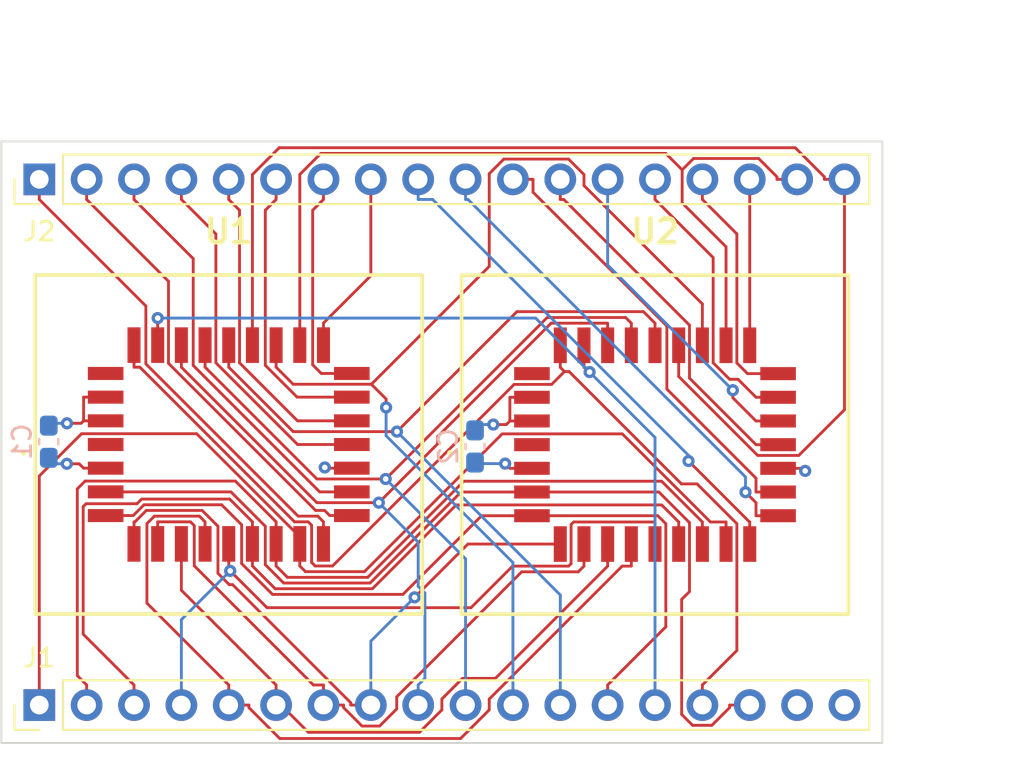
<source format=kicad_pcb>
(kicad_pcb (version 20221018) (generator pcbnew)
  (title_block (title "Turtle16: ROM Daughter Board") (date "2023-11-20") (rev "A") (comment 4 "Daughter board with Instruction ROM"))
  (layers (0 "F.Cu" signal) (1 "In1.Cu" power) (2 "In2.Cu" power) (31 "B.Cu" signal) (34 "B.Paste" user) (35 "F.Paste" user) (36 "B.SilkS" user "B.Silkscreen") (37 "F.SilkS" user "F.Silkscreen") (38 "B.Mask" user) (39 "F.Mask" user) (44 "Edge.Cuts" user))
  (net 0 "")
  (net 1 "GND")
  (net 2 "VCC")
  (net 3 "/PC0")
  (net 4 "/PC1")
  (net 5 "/PC2")
  (net 6 "/PC3")
  (net 7 "/PC4")
  (net 8 "/PC5")
  (net 9 "/PC6")
  (net 10 "/PC7")
  (net 11 "/PC8")
  (net 12 "/PC9")
  (net 13 "/PC10")
  (net 14 "/PC11")
  (net 15 "/PC12")
  (net 16 "/PC13")
  (net 17 "/PC14")
  (net 18 "/PC15")
  (net 19 "/Ins_IF0")
  (net 20 "/Ins_IF1")
  (net 21 "/Ins_IF2")
  (net 22 "/Ins_IF3")
  (net 23 "/Ins_IF4")
  (net 24 "/Ins_IF5")
  (net 25 "/Ins_IF6")
  (net 26 "/Ins_IF7")
  (net 27 "/Ins_IF8")
  (net 28 "/Ins_IF9")
  (net 29 "/Ins_IF10")
  (net 30 "/Ins_IF11")
  (net 31 "/Ins_IF12")
  (net 32 "/Ins_IF13")
  (net 33 "/Ins_IF14")
  (net 34 "/Ins_IF15")
  (net 35 "/FLUSH_IF")
  (net 36 "/RAMEN_R")
  (footprint "Package_LCC:843221B1RKTP" (layer "F.Cu") (at 108.712 59.44 90)
    (fp_text reference "U2" (at 11.434 0) (layer "F.SilkS") (effects (font (size 1.27 1.27) (thickness 0.254))))
    (fp_text value "SST39SF010" hide)
    (fp_line (start -9.09 -10.375) (end 9.09 -10.375) (stroke (width 0.2)) (layer "F.SilkS"))
    (fp_line (start -9.09 10.375) (end -9.09 -10.375) (stroke (width 0.2)) (layer "F.SilkS"))
    (fp_line (start -0.5 -11) (end -0.5 -11) (stroke (width 0.2)) (layer "F.SilkS"))
    (fp_line (start -0.4 -11) (end -0.4 -11) (stroke (width 0.2)) (layer "F.SilkS"))
    (fp_line (start 9.09 -10.375) (end 9.09 10.375) (stroke (width 0.2)) (layer "F.SilkS"))
    (fp_line (start 9.09 10.375) (end -9.09 10.375) (stroke (width 0.2)) (layer "F.SilkS"))
    (fp_arc (start -0.5 -11) (mid -0.45 -11.05) (end -0.4 -11) (stroke (width 0.2)) (layer "F.SilkS"))
    (fp_arc (start -0.4 -11) (mid -0.45 -10.95) (end -0.5 -11) (stroke (width 0.2)) (layer "F.SilkS"))
    (pad "1" smd rect (at 0 -6.6 90) (size 0.7 1.91) (layers "F.Cu" "F.Paste" "F.Mask"))
    (pad "2" smd rect (at -1.27 -6.6 90) (size 0.7 1.91) (layers "F.Cu" "F.Paste" "F.Mask") (net 1 "GND"))
    (pad "3" smd rect (at -2.54 -6.6 90) (size 0.7 1.91) (layers "F.Cu" "F.Paste" "F.Mask") (net 18 "/PC15"))
    (pad "4" smd rect (at -3.81 -6.6 90) (size 0.7 1.91) (layers "F.Cu" "F.Paste" "F.Mask") (net 15 "/PC12"))
    (pad "5" smd rect (at -5.33 -5.08 180) (size 0.7 1.91) (layers "F.Cu" "F.Paste" "F.Mask") (net 10 "/PC7"))
    (pad "6" smd rect (at -5.33 -3.81 180) (size 0.7 1.91) (layers "F.Cu" "F.Paste" "F.Mask") (net 9 "/PC6"))
    (pad "7" smd rect (at -5.33 -2.54 180) (size 0.7 1.91) (layers "F.Cu" "F.Paste" "F.Mask") (net 8 "/PC5"))
    (pad "8" smd rect (at -5.33 -1.27 180) (size 0.7 1.91) (layers "F.Cu" "F.Paste" "F.Mask") (net 7 "/PC4"))
    (pad "9" smd rect (at -5.33 0 180) (size 0.7 1.91) (layers "F.Cu" "F.Paste" "F.Mask") (net 6 "/PC3"))
    (pad "10" smd rect (at -5.33 1.27 180) (size 0.7 1.91) (layers "F.Cu" "F.Paste" "F.Mask") (net 5 "/PC2"))
    (pad "11" smd rect (at -5.33 2.54 180) (size 0.7 1.91) (layers "F.Cu" "F.Paste" "F.Mask") (net 4 "/PC1"))
    (pad "12" smd rect (at -5.33 3.81 180) (size 0.7 1.91) (layers "F.Cu" "F.Paste" "F.Mask") (net 3 "/PC0"))
    (pad "13" smd rect (at -5.33 5.08 180) (size 0.7 1.91) (layers "F.Cu" "F.Paste" "F.Mask") (net 27 "/Ins_IF8"))
    (pad "14" smd rect (at -3.81 6.6 90) (size 0.7 1.91) (layers "F.Cu" "F.Paste" "F.Mask") (net 28 "/Ins_IF9"))
    (pad "15" smd rect (at -2.54 6.6 90) (size 0.7 1.91) (layers "F.Cu" "F.Paste" "F.Mask") (net 29 "/Ins_IF10"))
    (pad "16" smd rect (at -1.27 6.6 90) (size 0.7 1.91) (layers "F.Cu" "F.Paste" "F.Mask") (net 1 "GND"))
    (pad "17" smd rect (at 0 6.6 90) (size 0.7 1.91) (layers "F.Cu" "F.Paste" "F.Mask") (net 30 "/Ins_IF11"))
    (pad "18" smd rect (at 1.27 6.6 90) (size 0.7 1.91) (layers "F.Cu" "F.Paste" "F.Mask") (net 31 "/Ins_IF12"))
    (pad "19" smd rect (at 2.54 6.6 90) (size 0.7 1.91) (layers "F.Cu" "F.Paste" "F.Mask") (net 32 "/Ins_IF13"))
    (pad "20" smd rect (at 3.81 6.6 90) (size 0.7 1.91) (layers "F.Cu" "F.Paste" "F.Mask") (net 33 "/Ins_IF14"))
    (pad "21" smd rect (at 5.33 5.08 180) (size 0.7 1.91) (layers "F.Cu" "F.Paste" "F.Mask") (net 34 "/Ins_IF15"))
    (pad "22" smd rect (at 5.33 3.81 180) (size 0.7 1.91) (layers "F.Cu" "F.Paste" "F.Mask") (net 35 "/FLUSH_IF"))
    (pad "23" smd rect (at 5.33 2.54 180) (size 0.7 1.91) (layers "F.Cu" "F.Paste" "F.Mask") (net 13 "/PC10"))
    (pad "24" smd rect (at 5.33 1.27 180) (size 0.7 1.91) (layers "F.Cu" "F.Paste" "F.Mask") (net 36 "/RAMEN_R"))
    (pad "25" smd rect (at 5.33 0 180) (size 0.7 1.91) (layers "F.Cu" "F.Paste" "F.Mask") (net 14 "/PC11"))
    (pad "26" smd rect (at 5.33 -1.27 180) (size 0.7 1.91) (layers "F.Cu" "F.Paste" "F.Mask") (net 12 "/PC9"))
    (pad "27" smd rect (at 5.33 -2.54 180) (size 0.7 1.91) (layers "F.Cu" "F.Paste" "F.Mask") (net 11 "/PC8"))
    (pad "28" smd rect (at 5.33 -3.81 180) (size 0.7 1.91) (layers "F.Cu" "F.Paste" "F.Mask") (net 16 "/PC13"))
    (pad "29" smd rect (at 5.33 -5.08 180) (size 0.7 1.91) (layers "F.Cu" "F.Paste" "F.Mask") (net 17 "/PC14"))
    (pad "30" smd rect (at 3.81 -6.6 90) (size 0.7 1.91) (layers "F.Cu" "F.Paste" "F.Mask"))
    (pad "31" smd rect (at 2.54 -6.6 90) (size 0.7 1.91) (layers "F.Cu" "F.Paste" "F.Mask") (net 2 "VCC"))
    (pad "32" smd rect (at 1.27 -6.6 90) (size 0.7 1.91) (layers "F.Cu" "F.Paste" "F.Mask") (net 2 "VCC"))
  )
  (footprint "Connector_PinHeader_2.54mm:PinHeader_1x18_P2.54mm_Vertical" (layer "F.Cu") (at 75.692 73.406 90)
    (fp_text reference "J1" (at 2.54 0 180) (layer "F.SilkS"))
    (fp_text value "LowerHeader")
    (fp_line (start -1.33 -1.33) (end 0 -1.33) (stroke (width 0.12)) (layer "F.SilkS"))
    (fp_line (start -1.33 0) (end -1.33 -1.33) (stroke (width 0.12)) (layer "F.SilkS"))
    (fp_line (start -1.33 1.27) (end -1.33 44.51) (stroke (width 0.12)) (layer "F.SilkS"))
    (fp_line (start -1.33 1.27) (end 1.33 1.27) (stroke (width 0.12)) (layer "F.SilkS"))
    (fp_line (start -1.33 44.51) (end 1.33 44.51) (stroke (width 0.12)) (layer "F.SilkS"))
    (fp_line (start 1.33 1.27) (end 1.33 44.51) (stroke (width 0.12)) (layer "F.SilkS"))
    (pad "1" thru_hole rect (at 0 0 90) (size 1.7 1.7) (drill 1) (layers "*.Cu" "*.Mask") (net 3 "/PC0"))
    (pad "2" thru_hole oval (at 0 2.54 90) (size 1.7 1.7) (drill 1) (layers "*.Cu" "*.Mask") (net 4 "/PC1"))
    (pad "3" thru_hole oval (at 0 5.08 90) (size 1.7 1.7) (drill 1) (layers "*.Cu" "*.Mask") (net 5 "/PC2"))
    (pad "4" thru_hole oval (at 0 7.62 90) (size 1.7 1.7) (drill 1) (layers "*.Cu" "*.Mask") (net 6 "/PC3"))
    (pad "5" thru_hole oval (at 0 10.16 90) (size 1.7 1.7) (drill 1) (layers "*.Cu" "*.Mask") (net 7 "/PC4"))
    (pad "6" thru_hole oval (at 0 12.7 90) (size 1.7 1.7) (drill 1) (layers "*.Cu" "*.Mask") (net 8 "/PC5"))
    (pad "7" thru_hole oval (at 0 15.24 90) (size 1.7 1.7) (drill 1) (layers "*.Cu" "*.Mask") (net 9 "/PC6"))
    (pad "8" thru_hole oval (at 0 17.78 90) (size 1.7 1.7) (drill 1) (layers "*.Cu" "*.Mask") (net 10 "/PC7"))
    (pad "9" thru_hole oval (at 0 20.32 90) (size 1.7 1.7) (drill 1) (layers "*.Cu" "*.Mask") (net 11 "/PC8"))
    (pad "10" thru_hole oval (at 0 22.86 90) (size 1.7 1.7) (drill 1) (layers "*.Cu" "*.Mask") (net 12 "/PC9"))
    (pad "11" thru_hole oval (at 0 25.4 90) (size 1.7 1.7) (drill 1) (layers "*.Cu" "*.Mask") (net 13 "/PC10"))
    (pad "12" thru_hole oval (at 0 27.94 90) (size 1.7 1.7) (drill 1) (layers "*.Cu" "*.Mask") (net 14 "/PC11"))
    (pad "13" thru_hole oval (at 0 30.48 90) (size 1.7 1.7) (drill 1) (layers "*.Cu" "*.Mask") (net 15 "/PC12"))
    (pad "14" thru_hole oval (at 0 33.02 90) (size 1.7 1.7) (drill 1) (layers "*.Cu" "*.Mask") (net 16 "/PC13"))
    (pad "15" thru_hole oval (at 0 35.56 90) (size 1.7 1.7) (drill 1) (layers "*.Cu" "*.Mask") (net 17 "/PC14"))
    (pad "16" thru_hole oval (at 0 38.1 90) (size 1.7 1.7) (drill 1) (layers "*.Cu" "*.Mask") (net 18 "/PC15"))
    (pad "17" thru_hole oval (at 0 40.64 90) (size 1.7 1.7) (drill 1) (layers "*.Cu" "*.Mask") (net 1 "GND"))
    (pad "18" thru_hole oval (at 0 43.18 90) (size 1.7 1.7) (drill 1) (layers "*.Cu" "*.Mask") (net 2 "VCC"))
  )
  (footprint "Connector_PinHeader_2.54mm:PinHeader_1x18_P2.54mm_Vertical" (layer "F.Cu") (at 75.692 45.212 90)
    (fp_text reference "J2" (at -2.794 0 180) (layer "F.SilkS"))
    (fp_text value "UpperHeader")
    (fp_line (start -1.33 -1.33) (end 0 -1.33) (stroke (width 0.12)) (layer "F.SilkS"))
    (fp_line (start -1.33 0) (end -1.33 -1.33) (stroke (width 0.12)) (layer "F.SilkS"))
    (fp_line (start -1.33 1.27) (end -1.33 44.51) (stroke (width 0.12)) (layer "F.SilkS"))
    (fp_line (start -1.33 1.27) (end 1.33 1.27) (stroke (width 0.12)) (layer "F.SilkS"))
    (fp_line (start -1.33 44.51) (end 1.33 44.51) (stroke (width 0.12)) (layer "F.SilkS"))
    (fp_line (start 1.33 1.27) (end 1.33 44.51) (stroke (width 0.12)) (layer "F.SilkS"))
    (pad "1" thru_hole rect (at 0 0 90) (size 1.7 1.7) (drill 1) (layers "*.Cu" "*.Mask") (net 19 "/Ins_IF0"))
    (pad "2" thru_hole oval (at 0 2.54 90) (size 1.7 1.7) (drill 1) (layers "*.Cu" "*.Mask") (net 20 "/Ins_IF1"))
    (pad "3" thru_hole oval (at 0 5.08 90) (size 1.7 1.7) (drill 1) (layers "*.Cu" "*.Mask") (net 21 "/Ins_IF2"))
    (pad "4" thru_hole oval (at 0 7.62 90) (size 1.7 1.7) (drill 1) (layers "*.Cu" "*.Mask") (net 22 "/Ins_IF3"))
    (pad "5" thru_hole oval (at 0 10.16 90) (size 1.7 1.7) (drill 1) (layers "*.Cu" "*.Mask") (net 23 "/Ins_IF4"))
    (pad "6" thru_hole oval (at 0 12.7 90) (size 1.7 1.7) (drill 1) (layers "*.Cu" "*.Mask") (net 24 "/Ins_IF5"))
    (pad "7" thru_hole oval (at 0 15.24 90) (size 1.7 1.7) (drill 1) (layers "*.Cu" "*.Mask") (net 25 "/Ins_IF6"))
    (pad "8" thru_hole oval (at 0 17.78 90) (size 1.7 1.7) (drill 1) (layers "*.Cu" "*.Mask") (net 26 "/Ins_IF7"))
    (pad "9" thru_hole oval (at 0 20.32 90) (size 1.7 1.7) (drill 1) (layers "*.Cu" "*.Mask") (net 27 "/Ins_IF8"))
    (pad "10" thru_hole oval (at 0 22.86 90) (size 1.7 1.7) (drill 1) (layers "*.Cu" "*.Mask") (net 28 "/Ins_IF9"))
    (pad "11" thru_hole oval (at 0 25.4 90) (size 1.7 1.7) (drill 1) (layers "*.Cu" "*.Mask") (net 29 "/Ins_IF10"))
    (pad "12" thru_hole oval (at 0 27.94 90) (size 1.7 1.7) (drill 1) (layers "*.Cu" "*.Mask") (net 30 "/Ins_IF11"))
    (pad "13" thru_hole oval (at 0 30.48 90) (size 1.7 1.7) (drill 1) (layers "*.Cu" "*.Mask") (net 31 "/Ins_IF12"))
    (pad "14" thru_hole oval (at 0 33.02 90) (size 1.7 1.7) (drill 1) (layers "*.Cu" "*.Mask") (net 32 "/Ins_IF13"))
    (pad "15" thru_hole oval (at 0 35.56 90) (size 1.7 1.7) (drill 1) (layers "*.Cu" "*.Mask") (net 33 "/Ins_IF14"))
    (pad "16" thru_hole oval (at 0 38.1 90) (size 1.7 1.7) (drill 1) (layers "*.Cu" "*.Mask") (net 34 "/Ins_IF15"))
    (pad "17" thru_hole oval (at 0 40.64 90) (size 1.7 1.7) (drill 1) (layers "*.Cu" "*.Mask") (net 35 "/FLUSH_IF"))
    (pad "18" thru_hole oval (at 0 43.18 90) (size 1.7 1.7) (drill 1) (layers "*.Cu" "*.Mask") (net 36 "/RAMEN_R"))
  )
  (footprint "Package_LCC:843221B1RKTP" (layer "F.Cu") (at 85.852 59.432 90)
    (fp_text reference "U1" (at 11.426 0) (layer "F.SilkS") (effects (font (size 1.27 1.27) (thickness 0.254))))
    (fp_text value "SST39SF010" hide)
    (fp_line (start -9.09 -10.375) (end 9.09 -10.375) (stroke (width 0.2)) (layer "F.SilkS"))
    (fp_line (start -9.09 10.375) (end -9.09 -10.375) (stroke (width 0.2)) (layer "F.SilkS"))
    (fp_line (start -0.5 -11) (end -0.5 -11) (stroke (width 0.2)) (layer "F.SilkS"))
    (fp_line (start -0.4 -11) (end -0.4 -11) (stroke (width 0.2)) (layer "F.SilkS"))
    (fp_line (start 9.09 -10.375) (end 9.09 10.375) (stroke (width 0.2)) (layer "F.SilkS"))
    (fp_line (start 9.09 10.375) (end -9.09 10.375) (stroke (width 0.2)) (layer "F.SilkS"))
    (fp_arc (start -0.5 -11) (mid -0.45 -11.05) (end -0.4 -11) (stroke (width 0.2)) (layer "F.SilkS"))
    (fp_arc (start -0.4 -11) (mid -0.45 -10.95) (end -0.5 -11) (stroke (width 0.2)) (layer "F.SilkS"))
    (pad "1" smd rect (at 0 -6.6 90) (size 0.7 1.91) (layers "F.Cu" "F.Paste" "F.Mask"))
    (pad "2" smd rect (at -1.27 -6.6 90) (size 0.7 1.91) (layers "F.Cu" "F.Paste" "F.Mask") (net 1 "GND"))
    (pad "3" smd rect (at -2.54 -6.6 90) (size 0.7 1.91) (layers "F.Cu" "F.Paste" "F.Mask") (net 18 "/PC15"))
    (pad "4" smd rect (at -3.81 -6.6 90) (size 0.7 1.91) (layers "F.Cu" "F.Paste" "F.Mask") (net 15 "/PC12"))
    (pad "5" smd rect (at -5.33 -5.08 180) (size 0.7 1.91) (layers "F.Cu" "F.Paste" "F.Mask") (net 10 "/PC7"))
    (pad "6" smd rect (at -5.33 -3.81 180) (size 0.7 1.91) (layers "F.Cu" "F.Paste" "F.Mask") (net 9 "/PC6"))
    (pad "7" smd rect (at -5.33 -2.54 180) (size 0.7 1.91) (layers "F.Cu" "F.Paste" "F.Mask") (net 8 "/PC5"))
    (pad "8" smd rect (at -5.33 -1.27 180) (size 0.7 1.91) (layers "F.Cu" "F.Paste" "F.Mask") (net 7 "/PC4"))
    (pad "9" smd rect (at -5.33 0 180) (size 0.7 1.91) (layers "F.Cu" "F.Paste" "F.Mask") (net 6 "/PC3"))
    (pad "10" smd rect (at -5.33 1.27 180) (size 0.7 1.91) (layers "F.Cu" "F.Paste" "F.Mask") (net 5 "/PC2"))
    (pad "11" smd rect (at -5.33 2.54 180) (size 0.7 1.91) (layers "F.Cu" "F.Paste" "F.Mask") (net 4 "/PC1"))
    (pad "12" smd rect (at -5.33 3.81 180) (size 0.7 1.91) (layers "F.Cu" "F.Paste" "F.Mask") (net 3 "/PC0"))
    (pad "13" smd rect (at -5.33 5.08 180) (size 0.7 1.91) (layers "F.Cu" "F.Paste" "F.Mask") (net 19 "/Ins_IF0"))
    (pad "14" smd rect (at -3.81 6.6 90) (size 0.7 1.91) (layers "F.Cu" "F.Paste" "F.Mask") (net 20 "/Ins_IF1"))
    (pad "15" smd rect (at -2.54 6.6 90) (size 0.7 1.91) (layers "F.Cu" "F.Paste" "F.Mask") (net 21 "/Ins_IF2"))
    (pad "16" smd rect (at -1.27 6.6 90) (size 0.7 1.91) (layers "F.Cu" "F.Paste" "F.Mask") (net 1 "GND"))
    (pad "17" smd rect (at 0 6.6 90) (size 0.7 1.91) (layers "F.Cu" "F.Paste" "F.Mask") (net 22 "/Ins_IF3"))
    (pad "18" smd rect (at 1.27 6.6 90) (size 0.7 1.91) (layers "F.Cu" "F.Paste" "F.Mask") (net 23 "/Ins_IF4"))
    (pad "19" smd rect (at 2.54 6.6 90) (size 0.7 1.91) (layers "F.Cu" "F.Paste" "F.Mask") (net 24 "/Ins_IF5"))
    (pad "20" smd rect (at 3.81 6.6 90) (size 0.7 1.91) (layers "F.Cu" "F.Paste" "F.Mask") (net 25 "/Ins_IF6"))
    (pad "21" smd rect (at 5.33 5.08 180) (size 0.7 1.91) (layers "F.Cu" "F.Paste" "F.Mask") (net 26 "/Ins_IF7"))
    (pad "22" smd rect (at 5.33 3.81 180) (size 0.7 1.91) (layers "F.Cu" "F.Paste" "F.Mask") (net 35 "/FLUSH_IF"))
    (pad "23" smd rect (at 5.33 2.54 180) (size 0.7 1.91) (layers "F.Cu" "F.Paste" "F.Mask") (net 13 "/PC10"))
    (pad "24" smd rect (at 5.33 1.27 180) (size 0.7 1.91) (layers "F.Cu" "F.Paste" "F.Mask") (net 36 "/RAMEN_R"))
    (pad "25" smd rect (at 5.33 0 180) (size 0.7 1.91) (layers "F.Cu" "F.Paste" "F.Mask") (net 14 "/PC11"))
    (pad "26" smd rect (at 5.33 -1.27 180) (size 0.7 1.91) (layers "F.Cu" "F.Paste" "F.Mask") (net 12 "/PC9"))
    (pad "27" smd rect (at 5.33 -2.54 180) (size 0.7 1.91) (layers "F.Cu" "F.Paste" "F.Mask") (net 11 "/PC8"))
    (pad "28" smd rect (at 5.33 -3.81 180) (size 0.7 1.91) (layers "F.Cu" "F.Paste" "F.Mask") (net 16 "/PC13"))
    (pad "29" smd rect (at 5.33 -5.08 180) (size 0.7 1.91) (layers "F.Cu" "F.Paste" "F.Mask") (net 17 "/PC14"))
    (pad "30" smd rect (at 3.81 -6.6 90) (size 0.7 1.91) (layers "F.Cu" "F.Paste" "F.Mask"))
    (pad "31" smd rect (at 2.54 -6.6 90) (size 0.7 1.91) (layers "F.Cu" "F.Paste" "F.Mask") (net 2 "VCC"))
    (pad "32" smd rect (at 1.27 -6.6 90) (size 0.7 1.91) (layers "F.Cu" "F.Paste" "F.Mask") (net 2 "VCC"))
  )
  (footprint "Capacitor_SMD:C_0603_1608Metric_Pad1.08x0.95mm_HandSolder" (layer "B.Cu") (at 76.2 59.2825 -90)
    (fp_text reference "C1" (at 0 1.43 90) (layer "B.SilkS") (effects (justify mirror)))
    (fp_text value "0.1μF")
    (fp_line (start -0.146267 -0.51) (end 0.146267 -0.51) (stroke (width 0.12)) (layer "B.SilkS"))
    (fp_line (start -0.146267 0.51) (end 0.146267 0.51) (stroke (width 0.12)) (layer "B.SilkS"))
    (pad "1" smd roundrect (at -0.8625 0 270) (size 1.075 0.95) (layers "B.Cu" "B.Paste" "B.Mask") (net 2 "VCC"))
    (pad "2" smd roundrect (at 0.8625 0 270) (size 1.075 0.95) (layers "B.Cu" "B.Paste" "B.Mask") (net 1 "GND"))
  )
  (footprint "Capacitor_SMD:C_0603_1608Metric_Pad1.08x0.95mm_HandSolder" (layer "B.Cu") (at 99.06 59.5365 -90)
    (fp_text reference "C2" (at 0 1.43 90) (layer "B.SilkS") (effects (justify mirror)))
    (fp_text value "0.1μF")
    (fp_line (start -0.146267 -0.51) (end 0.146267 -0.51) (stroke (width 0.12)) (layer "B.SilkS"))
    (fp_line (start -0.146267 0.51) (end 0.146267 0.51) (stroke (width 0.12)) (layer "B.SilkS"))
    (pad "1" smd roundrect (at -0.8625 0 270) (size 1.075 0.95) (layers "B.Cu" "B.Paste" "B.Mask") (net 2 "VCC"))
    (pad "2" smd roundrect (at 0.8625 0 270) (size 1.075 0.95) (layers "B.Cu" "B.Paste" "B.Mask") (net 1 "GND"))
  )
  (gr_line (start 120.904 75.438) (end 120.904 43.18) (stroke (width 0.1)) (layer "Edge.Cuts"))
  (gr_line (start 73.66 43.18) (end 73.66 75.438) (stroke (width 0.1)) (layer "Edge.Cuts"))
  (gr_line (start 73.66 75.438) (end 120.904 75.438) (stroke (width 0.1)) (layer "Edge.Cuts"))
  (gr_line (start 73.66 43.18) (end 120.904 43.18) (stroke (width 0.1)) (layer "Edge.Cuts"))
  (segment (start 79.252 60.702) (end 78.0683 60.702) (width 0.1524) (layer "F.Cu") (net 1))
  (segment (start 115.312 60.71) (end 116.4957 60.71) (width 0.1524) (layer "F.Cu") (net 1))
  (segment (start 100.675 60.4567) (end 100.9283 60.71) (width 0.1524) (layer "F.Cu") (net 1))
  (segment (start 116.6326 60.8469) (end 116.4957 60.71) (width 0.1524) (layer "F.Cu") (net 1))
  (segment (start 91.2286 60.6623) (end 91.2683 60.702) (width 0.1524) (layer "F.Cu") (net 1))
  (segment (start 77.8318 60.4655) (end 78.0683 60.702) (width 0.1524) (layer "F.Cu") (net 1))
  (segment (start 91.0025 60.6623) (end 91.2286 60.6623) (width 0.1524) (layer "F.Cu") (net 1))
  (segment (start 92.452 60.702) (end 91.2683 60.702) (width 0.1524) (layer "F.Cu") (net 1))
  (segment (start 102.112 60.71) (end 100.9283 60.71) (width 0.1524) (layer "F.Cu") (net 1))
  (segment (start 116.7644 60.8469) (end 116.6326 60.8469) (width 0.1524) (layer "F.Cu") (net 1))
  (segment (start 77.1699 60.4655) (end 77.8318 60.4655) (width 0.1524) (layer "F.Cu") (net 1))
  (via (at 77.1699 60.4655) (size 0.65) (drill 0.3) (layers "F.Cu" "B.Cu") (net 1))
  (via (at 91.0025 60.6623) (size 0.65) (drill 0.3) (layers "F.Cu" "B.Cu") (net 1))
  (via (at 116.7644 60.8469) (size 0.65) (drill 0.3) (layers "F.Cu" "B.Cu") (net 1))
  (via (at 100.675 60.4567) (size 0.65) (drill 0.3) (layers "F.Cu" "B.Cu") (net 1))
  (segment (start 99.1177 60.4567) (end 99.06 60.399) (width 0.1524) (layer "B.Cu") (net 1))
  (segment (start 100.675 60.4567) (end 99.1177 60.4567) (width 0.1524) (layer "B.Cu") (net 1))
  (segment (start 77.1699 60.4655) (end 76.5205 60.4655) (width 0.1524) (layer "B.Cu") (net 1))
  (segment (start 76.5205 60.4655) (end 76.2 60.145) (width 0.1524) (layer "B.Cu") (net 1))
  (segment (start 78.0683 56.892) (end 78.0683 58.162) (width 0.1524) (layer "F.Cu") (net 2))
  (segment (start 100.7368 58.3615) (end 100.9283 58.17) (width 0.1524) (layer "F.Cu") (net 2))
  (segment (start 79.252 56.892) (end 78.0683 56.892) (width 0.1524) (layer "F.Cu") (net 2))
  (segment (start 102.112 56.9) (end 100.9283 56.9) (width 0.1524) (layer "F.Cu") (net 2))
  (segment (start 79.252 58.162) (end 78.0683 58.162) (width 0.1524) (layer "F.Cu") (net 2))
  (segment (start 77.9358 58.2945) (end 78.0683 58.162) (width 0.1524) (layer "F.Cu") (net 2))
  (segment (start 100.039 58.3615) (end 100.7368 58.3615) (width 0.1524) (layer "F.Cu") (net 2))
  (segment (start 77.1769 58.2945) (end 77.9358 58.2945) (width 0.1524) (layer "F.Cu") (net 2))
  (segment (start 102.112 58.17) (end 100.9283 58.17) (width 0.1524) (layer "F.Cu") (net 2))
  (segment (start 100.9283 56.9) (end 100.9283 58.17) (width 0.1524) (layer "F.Cu") (net 2))
  (via (at 100.039 58.3615) (size 0.65) (drill 0.3) (layers "F.Cu" "B.Cu") (net 2))
  (via (at 77.1769 58.2945) (size 0.65) (drill 0.3) (layers "F.Cu" "B.Cu") (net 2))
  (segment (start 76.3255 58.2945) (end 76.2 58.42) (width 0.1524) (layer "B.Cu") (net 2))
  (segment (start 100.039 58.3615) (end 99.3725 58.3615) (width 0.1524) (layer "B.Cu") (net 2))
  (segment (start 77.1769 58.2945) (end 76.3255 58.2945) (width 0.1524) (layer "B.Cu") (net 2))
  (segment (start 99.3725 58.3615) (end 99.06 58.674) (width 0.1524) (layer "B.Cu") (net 2))
  (segment (start 77.959 58.8532) (end 84.1313 58.8532) (width 0.1524) (layer "F.Cu") (net 3))
  (segment (start 84.1313 58.8532) (end 89.662 64.3839) (width 0.1524) (layer "F.Cu") (net 3))
  (segment (start 111.6833 63.5863) (end 112.522 63.5863) (width 0.1524) (layer "F.Cu") (net 3))
  (segment (start 112.522 64.77) (end 112.522 63.5863) (width 0.1524) (layer "F.Cu") (net 3))
  (segment (start 75.692 61.1202) (end 77.959 58.8532) (width 0.1524) (layer "F.Cu") (net 3))
  (segment (start 100.5175 58.8612) (end 106.9582 58.8612) (width 0.1524) (layer "F.Cu") (net 3))
  (segment (start 89.662 64.762) (end 89.662 65.9457) (width 0.1524) (layer "F.Cu") (net 3))
  (segment (start 89.9669 66.2506) (end 93.1281 66.2506) (width 0.1524) (layer "F.Cu") (net 3))
  (segment (start 93.1281 66.2506) (end 100.5175 58.8612) (width 0.1524) (layer "F.Cu") (net 3))
  (segment (start 89.662 65.9457) (end 89.9669 66.2506) (width 0.1524) (layer "F.Cu") (net 3))
  (segment (start 106.9582 58.8612) (end 111.6833 63.5863) (width 0.1524) (layer "F.Cu") (net 3))
  (segment (start 75.692 73.406) (end 75.692 61.1202) (width 0.1524) (layer "F.Cu") (net 3))
  (segment (start 89.662 64.3839) (end 89.662 64.762) (width 0.1524) (layer "F.Cu") (net 3))
  (segment (start 78.232 73.406) (end 78.232 72.3273) (width 0.1524) (layer "F.Cu") (net 4))
  (segment (start 109.0669 61.4012) (end 111.252 63.5863) (width 0.1524) (layer "F.Cu") (net 4))
  (segment (start 86.2069 61.3932) (end 88.392 63.5783) (width 0.1524) (layer "F.Cu") (net 4))
  (segment (start 77.7309 61.8122) (end 78.1499 61.3932) (width 0.1524) (layer "F.Cu") (net 4))
  (segment (start 78.1499 61.3932) (end 86.2069 61.3932) (width 0.1524) (layer "F.Cu") (net 4))
  (segment (start 98.4592 61.4012) (end 109.0669 61.4012) (width 0.1524) (layer "F.Cu") (net 4))
  (segment (start 77.7309 71.8262) (end 77.7309 61.8122) (width 0.1524) (layer "F.Cu") (net 4))
  (segment (start 88.392 65.9457) (end 89.0018 66.5555) (width 0.1524) (layer "F.Cu") (net 4))
  (segment (start 111.252 64.77) (end 111.252 63.5863) (width 0.1524) (layer "F.Cu") (net 4))
  (segment (start 88.392 64.762) (end 88.392 65.9457) (width 0.1524) (layer "F.Cu") (net 4))
  (segment (start 88.392 64.762) (end 88.392 63.5783) (width 0.1524) (layer "F.Cu") (net 4))
  (segment (start 93.3049 66.5555) (end 98.4592 61.4012) (width 0.1524) (layer "F.Cu") (net 4))
  (segment (start 89.0018 66.5555) (end 93.3049 66.5555) (width 0.1524) (layer "F.Cu") (net 4))
  (segment (start 78.232 72.3273) (end 77.7309 71.8262) (width 0.1524) (layer "F.Cu") (net 4))
  (segment (start 78.2022 62.607) (end 80.9319 62.607) (width 0.1524) (layer "F.Cu") (net 5))
  (segment (start 80.9319 62.607) (end 81.1802 62.3587) (width 0.1524) (layer "F.Cu") (net 5))
  (segment (start 93.5577 67.1653) (end 98.0518 62.6712) (width 0.1524) (layer "F.Cu") (net 5))
  (segment (start 109.982 64.77) (end 109.982 63.5863) (width 0.1524) (layer "F.Cu") (net 5))
  (segment (start 87.122 64.762) (end 87.122 65.9457) (width 0.1524) (layer "F.Cu") (net 5))
  (segment (start 80.772 73.406) (end 80.772 72.3273) (width 0.1524) (layer "F.Cu") (net 5))
  (segment (start 81.1802 62.3587) (end 85.9024 62.3587) (width 0.1524) (layer "F.Cu") (net 5))
  (segment (start 87.122 64.1701) (end 87.122 63.5783) (width 0.1524) (layer "F.Cu") (net 5))
  (segment (start 109.0669 62.6712) (end 109.982 63.5863) (width 0.1524) (layer "F.Cu") (net 5))
  (segment (start 87.122 64.1701) (end 87.122 64.762) (width 0.1524) (layer "F.Cu") (net 5))
  (segment (start 98.0518 62.6712) (end 109.0669 62.6712) (width 0.1524) (layer "F.Cu") (net 5))
  (segment (start 88.3416 67.1653) (end 93.5577 67.1653) (width 0.1524) (layer "F.Cu") (net 5))
  (segment (start 85.9024 62.3587) (end 87.122 63.5783) (width 0.1524) (layer "F.Cu") (net 5))
  (segment (start 80.772 72.3273) (end 78.0462 69.6015) (width 0.1524) (layer "F.Cu") (net 5))
  (segment (start 78.0462 62.763) (end 78.2022 62.607) (width 0.1524) (layer "F.Cu") (net 5))
  (segment (start 78.0462 69.6015) (end 78.0462 62.763) (width 0.1524) (layer "F.Cu") (net 5))
  (segment (start 87.122 65.9457) (end 88.3416 67.1653) (width 0.1524) (layer "F.Cu") (net 5))
  (segment (start 85.852 64.762) (end 85.852 65.9457) (width 0.1524) (layer "F.Cu") (net 6))
  (segment (start 87.9036 68.1826) (end 98.8437 68.1826) (width 0.1524) (layer "F.Cu") (net 6))
  (segment (start 104.3503 63.5863) (end 108.712 63.5863) (width 0.1524) (layer "F.Cu") (net 6))
  (segment (start 98.8437 68.1826) (end 101.0726 65.9537) (width 0.1524) (layer "F.Cu") (net 6))
  (segment (start 104.2108 63.7258) (end 104.3503 63.5863) (width 0.1524) (layer "F.Cu") (net 6))
  (segment (start 104.2108 65.8197) (end 104.2108 63.7258) (width 0.1524) (layer "F.Cu") (net 6))
  (segment (start 101.0726 65.9537) (end 104.0768 65.9537) (width 0.1524) (layer "F.Cu") (net 6))
  (segment (start 108.712 64.77) (end 108.712 63.5863) (width 0.1524) (layer "F.Cu") (net 6))
  (segment (start 85.929 66.0227) (end 85.852 65.9457) (width 0.1524) (layer "F.Cu") (net 6))
  (segment (start 104.0768 65.9537) (end 104.2108 65.8197) (width 0.1524) (layer "F.Cu") (net 6))
  (segment (start 85.929 66.208) (end 85.929 66.0227) (width 0.1524) (layer "F.Cu") (net 6))
  (segment (start 85.929 66.208) (end 87.9036 68.1826) (width 0.1524) (layer "F.Cu") (net 6))
  (via (at 85.929 66.208) (size 0.65) (drill 0.3) (layers "F.Cu" "B.Cu") (net 6))
  (segment (start 83.312 73.406) (end 83.312 68.825) (width 0.1524) (layer "B.Cu") (net 6))
  (segment (start 83.312 68.825) (end 85.929 66.208) (width 0.1524) (layer "B.Cu") (net 6))
  (segment (start 107.442 64.77) (end 107.442 65.9537) (width 0.1524) (layer "F.Cu") (net 7))
  (segment (start 81.8646 63.2734) (end 84.2771 63.2734) (width 0.1524) (layer "F.Cu") (net 7))
  (segment (start 84.582 64.762) (end 84.582 63.5783) (width 0.1524) (layer "F.Cu") (net 7))
  (segment (start 88.5891 75.1992) (end 86.9307 73.5408) (width 0.1524) (layer "F.Cu") (net 7))
  (segment (start 99.822 73.6644) (end 98.2872 75.1992) (width 0.1524) (layer "F.Cu") (net 7))
  (segment (start 81.4632 63.6748) (end 81.8646 63.2734) (width 0.1524) (layer "F.Cu") (net 7))
  (segment (start 106.9519 65.9537) (end 99.822 73.0836) (width 0.1524) (layer "F.Cu") (net 7))
  (segment (start 99.822 73.0836) (end 99.822 73.6644) (width 0.1524) (layer "F.Cu") (net 7))
  (segment (start 85.852 72.3273) (end 81.4632 67.9385) (width 0.1524) (layer "F.Cu") (net 7))
  (segment (start 86.9307 73.5408) (end 86.9307 73.406) (width 0.1524) (layer "F.Cu") (net 7))
  (segment (start 98.2872 75.1992) (end 88.5891 75.1992) (width 0.1524) (layer "F.Cu") (net 7))
  (segment (start 81.4632 67.9385) (end 81.4632 63.6748) (width 0.1524) (layer "F.Cu") (net 7))
  (segment (start 84.2771 63.2734) (end 84.582 63.5783) (width 0.1524) (layer "F.Cu") (net 7))
  (segment (start 85.852 73.406) (end 86.9307 73.406) (width 0.1524) (layer "F.Cu") (net 7))
  (segment (start 107.442 65.9537) (end 106.9519 65.9537) (width 0.1524) (layer "F.Cu") (net 7))
  (segment (start 85.852 73.406) (end 85.852 72.3273) (width 0.1524) (layer "F.Cu") (net 7))
  (segment (start 88.392 73.406) (end 88.392 73.1363) (width 0.1524) (layer "F.Cu") (net 8))
  (segment (start 96.0794 74.8645) (end 97.282 73.6619) (width 0.1524) (layer "F.Cu") (net 8))
  (segment (start 97.282 73.6619) (end 97.282 73.078) (width 0.1524) (layer "F.Cu") (net 8))
  (segment (start 88.392 73.1363) (end 90.1202 74.8645) (width 0.1524) (layer "F.Cu") (net 8))
  (segment (start 106.172 64.77) (end 106.172 65.9537) (width 0.1524) (layer "F.Cu") (net 8))
  (segment (start 83.312 67.2473) (end 83.312 64.762) (width 0.1524) (layer "F.Cu") (net 8))
  (segment (start 97.282 73.078) (end 98.3864 71.9736) (width 0.1524) (layer "F.Cu") (net 8))
  (segment (start 88.392 72.3273) (end 83.312 67.2473) (width 0.1524) (layer "F.Cu") (net 8))
  (segment (start 88.392 73.1363) (end 88.392 72.3273) (width 0.1524) (layer "F.Cu") (net 8))
  (segment (start 100.1521 71.9736) (end 106.172 65.9537) (width 0.1524) (layer "F.Cu") (net 8))
  (segment (start 90.1202 74.8645) (end 96.0794 74.8645) (width 0.1524) (layer "F.Cu") (net 8))
  (segment (start 98.3864 71.9736) (end 100.1521 71.9736) (width 0.1524) (layer "F.Cu") (net 8))
  (segment (start 84.0032 63.7797) (end 83.8018 63.5783) (width 0.1524) (layer "F.Cu") (net 9))
  (segment (start 82.042 64.762) (end 82.042 63.5783) (width 0.1524) (layer "F.Cu") (net 9))
  (segment (start 84.0032 65.9379) (end 84.0032 63.7797) (width 0.1524) (layer "F.Cu") (net 9))
  (segment (start 93.9426 74.5303) (end 94.859 73.6139) (width 0.1524) (layer "F.Cu") (net 9))
  (segment (start 94.859 72.9629) (end 101.5633 66.2586) (width 0.1524) (layer "F.Cu") (net 9))
  (segment (start 90.932 72.3273) (end 90.3926 72.3273) (width 0.1524) (layer "F.Cu") (net 9))
  (segment (start 93.0002 74.5303) (end 93.9426 74.5303) (width 0.1524) (layer "F.Cu") (net 9))
  (segment (start 90.3926 72.3273) (end 84.0032 65.9379) (width 0.1524) (layer "F.Cu") (net 9))
  (segment (start 92.0107 73.406) (end 92.0107 73.5408) (width 0.1524) (layer "F.Cu") (net 9))
  (segment (start 90.932 73.406) (end 92.0107 73.406) (width 0.1524) (layer "F.Cu") (net 9))
  (segment (start 104.902 64.77) (end 104.902 65.9537) (width 0.1524) (layer "F.Cu") (net 9))
  (segment (start 83.8018 63.5783) (end 82.042 63.5783) (width 0.1524) (layer "F.Cu") (net 9))
  (segment (start 104.5971 66.2586) (end 104.902 65.9537) (width 0.1524) (layer "F.Cu") (net 9))
  (segment (start 92.0107 73.5408) (end 93.0002 74.5303) (width 0.1524) (layer "F.Cu") (net 9))
  (segment (start 101.5633 66.2586) (end 104.5971 66.2586) (width 0.1524) (layer "F.Cu") (net 9))
  (segment (start 90.932 73.406) (end 90.932 72.3273) (width 0.1524) (layer "F.Cu") (net 9))
  (segment (start 94.859 73.6139) (end 94.859 72.9629) (width 0.1524) (layer "F.Cu") (net 9))
  (segment (start 81.4331 62.9685) (end 84.4256 62.9685) (width 0.1524) (layer "F.Cu") (net 10))
  (segment (start 95.8184 67.6289) (end 98.6773 64.77) (width 0.1524) (layer "F.Cu") (net 10))
  (segment (start 86.0602 66.947) (end 92.3933 73.2801) (width 0.1524) (layer "F.Cu") (net 10))
  (segment (start 85.8799 66.947) (end 86.0602 66.947) (width 0.1524) (layer "F.Cu") (net 10))
  (segment (start 93.472 73.406) (end 92.3933 73.406) (width 0.1524) (layer "F.Cu") (net 10))
  (segment (start 85.2732 63.8161) (end 85.2732 66.3403) (width 0.1524) (layer "F.Cu") (net 10))
  (segment (start 92.3933 73.2801) (end 92.3933 73.406) (width 0.1524) (layer "F.Cu") (net 10))
  (segment (start 84.4256 62.9685) (end 85.2732 63.8161) (width 0.1524) (layer "F.Cu") (net 10))
  (segment (start 85.2732 66.3403) (end 85.8799 66.947) (width 0.1524) (layer "F.Cu") (net 10))
  (segment (start 80.772 63.5783) (end 80.8233 63.5783) (width 0.1524) (layer "F.Cu") (net 10))
  (segment (start 80.772 64.762) (end 80.772 63.5783) (width 0.1524) (layer "F.Cu") (net 10))
  (segment (start 80.8233 63.5783) (end 81.4331 62.9685) (width 0.1524) (layer "F.Cu") (net 10))
  (segment (start 98.6773 64.77) (end 103.632 64.77) (width 0.1524) (layer "F.Cu") (net 10))
  (via (at 95.8184 67.6289) (size 0.65) (drill 0.3) (layers "F.Cu" "B.Cu") (net 10))
  (segment (start 93.472 69.9753) (end 95.8184 67.6289) (width 0.1524) (layer "B.Cu") (net 10))
  (segment (start 93.472 73.406) (end 93.472 69.9753) (width 0.1524) (layer "B.Cu") (net 10))
  (segment (start 103.1395 52.9263) (end 97.0611 59.0047) (width 0.1524) (layer "F.Cu") (net 11))
  (segment (start 83.312 54.102) (end 83.312 55.2857) (width 0.1524) (layer "F.Cu") (net 11))
  (segment (start 97.0611 59.0047) (end 97.0611 59.3892) (width 0.1524) (layer "F.Cu") (net 11))
  (segment (start 97.0611 59.3892) (end 93.8995 62.5508) (width 0.1524) (layer "F.Cu") (net 11))
  (segment (start 93.8995 62.5508) (end 90.5771 62.5508) (width 0.1524) (layer "F.Cu") (net 11))
  (segment (start 106.172 54.11) (end 106.172 52.9263) (width 0.1524) (layer "F.Cu") (net 11))
  (segment (start 90.5771 62.5508) (end 83.312 55.2857) (width 0.1524) (layer "F.Cu") (net 11))
  (segment (start 106.172 52.9263) (end 103.1395 52.9263) (width 0.1524) (layer "F.Cu") (net 11))
  (via (at 93.8995 62.5508) (size 0.65) (drill 0.3) (layers "F.Cu" "B.Cu") (net 11))
  (segment (start 96.012 67.0394) (end 96.012 64.6633) (width 0.1524) (layer "B.Cu") (net 11))
  (segment (start 96.012 72.3273) (end 96.3721 71.9672) (width 0.1524) (layer "B.Cu") (net 11))
  (segment (start 96.3721 67.3994) (end 96.0121 67.0394) (width 0.1524) (layer "B.Cu") (net 11))
  (segment (start 96.012 73.406) (end 96.012 72.3273) (width 0.1524) (layer "B.Cu") (net 11))
  (segment (start 96.0121 67.0394) (end 96.012 67.0394) (width 0.1524) (layer "B.Cu") (net 11))
  (segment (start 96.3721 71.9672) (end 96.3721 67.3994) (width 0.1524) (layer "B.Cu") (net 11))
  (segment (start 96.012 64.6633) (end 93.8995 62.5508) (width 0.1524) (layer "B.Cu") (net 11))
  (segment (start 84.582 55.2857) (end 90.5771 61.2808) (width 0.1524) (layer "F.Cu") (net 12))
  (segment (start 90.5771 61.2808) (end 94.2687 61.2808) (width 0.1524) (layer "F.Cu") (net 12))
  (segment (start 102.9281 52.6214) (end 107.1371 52.6214) (width 0.1524) (layer "F.Cu") (net 12))
  (segment (start 107.442 54.11) (end 107.442 52.9263) (width 0.1524) (layer "F.Cu") (net 12))
  (segment (start 84.582 54.102) (end 84.582 55.2857) (width 0.1524) (layer "F.Cu") (net 12))
  (segment (start 94.2687 61.2808) (end 102.9281 52.6214) (width 0.1524) (layer "F.Cu") (net 12))
  (segment (start 107.1371 52.6214) (end 107.442 52.9263) (width 0.1524) (layer "F.Cu") (net 12))
  (via (at 94.2687 61.2808) (size 0.65) (drill 0.3) (layers "F.Cu" "B.Cu") (net 12))
  (segment (start 98.552 65.5641) (end 94.2687 61.2808) (width 0.1524) (layer "B.Cu") (net 12))
  (segment (start 98.552 73.406) (end 98.552 65.5641) (width 0.1524) (layer "B.Cu") (net 12))
  (segment (start 88.392 55.2857) (end 89.3071 56.2008) (width 0.1524) (layer "F.Cu") (net 13))
  (segment (start 93.5017 56.2008) (end 94.2903 56.9894) (width 0.1524) (layer "F.Cu") (net 13))
  (segment (start 104.902 45.5431) (end 111.252 51.8931) (width 0.1524) (layer "F.Cu") (net 13))
  (segment (start 94.2903 56.9894) (end 94.2903 57.4439) (width 0.1524) (layer "F.Cu") (net 13))
  (segment (start 88.392 54.102) (end 88.392 55.2857) (width 0.1524) (layer "F.Cu") (net 13))
  (segment (start 104.0728 44.1255) (end 104.902 44.9547) (width 0.1524) (layer "F.Cu") (net 13))
  (segment (start 89.3071 56.2008) (end 93.5017 56.2008) (width 0.1524) (layer "F.Cu") (net 13))
  (segment (start 99.822 44.9084) (end 100.6049 44.1255) (width 0.1524) (layer "F.Cu") (net 13))
  (segment (start 111.252 51.8931) (end 111.252 54.11) (width 0.1524) (layer "F.Cu") (net 13))
  (segment (start 100.6049 44.1255) (end 104.0728 44.1255) (width 0.1524) (layer "F.Cu") (net 13))
  (segment (start 93.5017 56.2008) (end 99.822 49.8805) (width 0.1524) (layer "F.Cu") (net 13))
  (segment (start 99.822 49.8805) (end 99.822 44.9084) (width 0.1524) (layer "F.Cu") (net 13))
  (segment (start 104.902 44.9547) (end 104.902 45.5431) (width 0.1524) (layer "F.Cu") (net 13))
  (via (at 94.2903 57.4439) (size 0.65) (drill 0.3) (layers "F.Cu" "B.Cu") (net 13))
  (segment (start 94.2903 58.9616) (end 94.2903 57.4439) (width 0.1524) (layer "B.Cu") (net 13))
  (segment (start 101.092 73.406) (end 101.092 65.7633) (width 0.1524) (layer "B.Cu") (net 13))
  (segment (start 101.092 65.7633) (end 94.2903 58.9616) (width 0.1524) (layer "B.Cu") (net 13))
  (segment (start 85.852 55.2857) (end 89.3071 58.7408) (width 0.1524) (layer "F.Cu") (net 14))
  (segment (start 108.0924 52.3067) (end 108.712 52.9263) (width 0.1524) (layer "F.Cu") (net 14))
  (segment (start 89.3071 58.7408) (end 94.8719 58.7408) (width 0.1524) (layer "F.Cu") (net 14))
  (segment (start 85.852 54.102) (end 85.852 55.2857) (width 0.1524) (layer "F.Cu") (net 14))
  (segment (start 101.306 52.3067) (end 108.0924 52.3067) (width 0.1524) (layer "F.Cu") (net 14))
  (segment (start 108.712 54.11) (end 108.712 52.9263) (width 0.1524) (layer "F.Cu") (net 14))
  (segment (start 94.8719 58.7408) (end 101.306 52.3067) (width 0.1524) (layer "F.Cu") (net 14))
  (via (at 94.8719 58.7408) (size 0.65) (drill 0.3) (layers "F.Cu" "B.Cu") (net 14))
  (segment (start 103.632 67.5009) (end 94.8719 58.7408) (width 0.1524) (layer "B.Cu") (net 14))
  (segment (start 103.632 73.406) (end 103.632 67.5009) (width 0.1524) (layer "B.Cu") (net 14))
  (segment (start 79.252 63.242) (end 80.4357 63.242) (width 0.1524) (layer "F.Cu") (net 15))
  (segment (start 108.8605 63.25) (end 102.112 63.25) (width 0.1524) (layer "F.Cu") (net 15))
  (segment (start 109.2908 63.6803) (end 108.8605 63.25) (width 0.1524) (layer "F.Cu") (net 15))
  (segment (start 95.194 67.4702) (end 99.4142 63.25) (width 0.1524) (layer "F.Cu") (net 15))
  (segment (start 106.172 72.3273) (end 109.2908 69.2085) (width 0.1524) (layer "F.Cu") (net 15))
  (segment (start 109.2908 69.2085) (end 109.2908 63.6803) (width 0.1524) (layer "F.Cu") (net 15))
  (segment (start 81.3066 62.6636) (end 85.4701 62.6636) (width 0.1524) (layer "F.Cu") (net 15))
  (segment (start 80.4357 63.242) (end 80.7282 63.242) (width 0.1524) (layer "F.Cu") (net 15))
  (segment (start 86.5432 65.8156) (end 88.1978 67.4702) (width 0.1524) (layer "F.Cu") (net 15))
  (segment (start 88.1978 67.4702) (end 95.194 67.4702) (width 0.1524) (layer "F.Cu") (net 15))
  (segment (start 86.5432 63.7367) (end 86.5432 65.8156) (width 0.1524) (layer "F.Cu") (net 15))
  (segment (start 106.172 73.406) (end 106.172 72.3273) (width 0.1524) (layer "F.Cu") (net 15))
  (segment (start 102.112 63.25) (end 100.9283 63.25) (width 0.1524) (layer "F.Cu") (net 15))
  (segment (start 85.4701 62.6636) (end 86.5432 63.7367) (width 0.1524) (layer "F.Cu") (net 15))
  (segment (start 80.7282 63.242) (end 81.3066 62.6636) (width 0.1524) (layer "F.Cu") (net 15))
  (segment (start 99.4142 63.25) (end 100.9283 63.25) (width 0.1524) (layer "F.Cu") (net 15))
  (segment (start 104.902 54.11) (end 104.902 55.2937) (width 0.1524) (layer "F.Cu") (net 16))
  (segment (start 82.042 52.9183) (end 82.042 52.6526) (width 0.1524) (layer "F.Cu") (net 16))
  (segment (start 104.9506 55.2937) (end 104.902 55.2937) (width 0.1524) (layer "F.Cu") (net 16))
  (segment (start 82.042 54.102) (end 82.042 52.9183) (width 0.1524) (layer "F.Cu") (net 16))
  (segment (start 105.2041 55.5472) (end 104.9506 55.2937) (width 0.1524) (layer "F.Cu") (net 16))
  (via (at 82.042 52.6526) (size 0.65) (drill 0.3) (layers "F.Cu" "B.Cu") (net 16))
  (via (at 105.2041 55.5472) (size 0.65) (drill 0.3) (layers "F.Cu" "B.Cu") (net 16))
  (segment (start 108.712 59.0551) (end 105.2041 55.5472) (width 0.1524) (layer "B.Cu") (net 16))
  (segment (start 102.3095 52.6526) (end 82.042 52.6526) (width 0.1524) (layer "B.Cu") (net 16))
  (segment (start 105.2041 55.5472) (end 102.3095 52.6526) (width 0.1524) (layer "B.Cu") (net 16))
  (segment (start 108.712 72.3273) (end 108.712 59.0551) (width 0.1524) (layer "B.Cu") (net 16))
  (segment (start 108.712 73.406) (end 108.712 72.3273) (width 0.1524) (layer "B.Cu") (net 16))
  (segment (start 103.632 54.11) (end 103.632 55.2937) (width 0.1524) (layer "F.Cu") (net 17))
  (segment (start 113.1008 63.6771) (end 110.9668 61.5431) (width 0.1524) (layer "F.Cu") (net 17))
  (segment (start 91.4189 65.9457) (end 90.4872 65.9457) (width 0.1524) (layer "F.Cu") (net 17))
  (segment (start 111.252 73.406) (end 111.252 72.3273) (width 0.1524) (layer "F.Cu") (net 17))
  (segment (start 90.297 63.7617) (end 90.1136 63.5783) (width 0.1524) (layer "F.Cu") (net 17))
  (segment (start 89.3785 63.5783) (end 81.0859 55.2857) (width 0.1524) (layer "F.Cu") (net 17))
  (segment (start 103.1671 56.2088) (end 101.1558 56.2088) (width 0.1524) (layer "F.Cu") (net 17))
  (segment (start 113.1008 70.4785) (end 113.1008 63.6771) (width 0.1524) (layer "F.Cu") (net 17))
  (segment (start 110.9668 61.5431) (end 110.1273 61.5431) (width 0.1524) (layer "F.Cu") (net 17))
  (segment (start 110.1273 61.5431) (end 104.103 55.5188) (width 0.1524) (layer "F.Cu") (net 17))
  (segment (start 90.1136 63.5783) (end 89.3785 63.5783) (width 0.1524) (layer "F.Cu") (net 17))
  (segment (start 101.1558 56.2088) (end 91.4189 65.9457) (width 0.1524) (layer "F.Cu") (net 17))
  (segment (start 111.252 72.3273) (end 113.1008 70.4785) (width 0.1524) (layer "F.Cu") (net 17))
  (segment (start 90.4872 65.9457) (end 90.297 65.7555) (width 0.1524) (layer "F.Cu") (net 17))
  (segment (start 103.8571 55.5188) (end 103.1671 56.2088) (width 0.1524) (layer "F.Cu") (net 17))
  (segment (start 90.297 65.7555) (end 90.297 63.7617) (width 0.1524) (layer "F.Cu") (net 17))
  (segment (start 104.103 55.5188) (end 103.8571 55.5188) (width 0.1524) (layer "F.Cu") (net 17))
  (segment (start 80.772 54.102) (end 80.772 55.2857) (width 0.1524) (layer "F.Cu") (net 17))
  (segment (start 103.8571 55.5188) (end 103.632 55.2937) (width 0.1524) (layer "F.Cu") (net 17))
  (segment (start 81.0859 55.2857) (end 80.772 55.2857) (width 0.1524) (layer "F.Cu") (net 17))
  (segment (start 93.4313 66.8604) (end 98.3117 61.98) (width 0.1524) (layer "F.Cu") (net 18))
  (segment (start 87.8132 63.8161) (end 87.8132 65.877) (width 0.1524) (layer "F.Cu") (net 18))
  (segment (start 85.9691 61.972) (end 87.8132 63.8161) (width 0.1524) (layer "F.Cu") (net 18))
  (segment (start 110.5608 67.3205) (end 110.5608 63.6239) (width 0.1524) (layer "F.Cu") (net 18))
  (segment (start 80.4357 61.972) (end 85.9691 61.972) (width 0.1524) (layer "F.Cu") (net 18))
  (segment (start 110.7273 74.4915) (end 110.1411 73.9053) (width 0.1524) (layer "F.Cu") (net 18))
  (segment (start 113.792 73.406) (end 112.7133 73.406) (width 0.1524) (layer "F.Cu") (net 18))
  (segment (start 102.112 61.98) (end 100.9283 61.98) (width 0.1524) (layer "F.Cu") (net 18))
  (segment (start 88.7966 66.8604) (end 93.4313 66.8604) (width 0.1524) (layer "F.Cu") (net 18))
  (segment (start 108.9169 61.98) (end 102.112 61.98) (width 0.1524) (layer "F.Cu") (net 18))
  (segment (start 98.3117 61.98) (end 100.9283 61.98) (width 0.1524) (layer "F.Cu") (net 18))
  (segment (start 87.8132 65.877) (end 88.7966 66.8604) (width 0.1524) (layer "F.Cu") (net 18))
  (segment (start 112.7133 73.406) (end 112.7133 73.5408) (width 0.1524) (layer "F.Cu") (net 18))
  (segment (start 112.7133 73.5408) (end 111.7626 74.4915) (width 0.1524) (layer "F.Cu") (net 18))
  (segment (start 110.1411 67.7402) (end 110.5608 67.3205) (width 0.1524) (layer "F.Cu") (net 18))
  (segment (start 79.252 61.972) (end 80.4357 61.972) (width 0.1524) (layer "F.Cu") (net 18))
  (segment (start 110.1411 73.9053) (end 110.1411 67.7402) (width 0.1524) (layer "F.Cu") (net 18))
  (segment (start 111.7626 74.4915) (end 110.7273 74.4915) (width 0.1524) (layer "F.Cu") (net 18))
  (segment (start 110.5608 63.6239) (end 108.9169 61.98) (width 0.1524) (layer "F.Cu") (net 18))
  (segment (start 90.932 64.762) (end 90.932 63.5783) (width 0.1524) (layer "F.Cu") (net 19))
  (segment (start 81.407 52.0057) (end 75.692 46.2907) (width 0.1524) (layer "F.Cu") (net 19))
  (segment (start 90.6271 63.2734) (end 89.5728 63.2734) (width 0.1524) (layer "F.Cu") (net 19))
  (segment (start 90.932 63.5783) (end 90.6271 63.2734) (width 0.1524) (layer "F.Cu") (net 19))
  (segment (start 81.407 55.1076) (end 81.407 52.0057) (width 0.1524) (layer "F.Cu") (net 19))
  (segment (start 89.5728 63.2734) (end 81.407 55.1076) (width 0.1524) (layer "F.Cu") (net 19))
  (segment (start 75.692 45.212) (end 75.692 46.2907) (width 0.1524) (layer "F.Cu") (net 19))
  (segment (start 92.452 63.242) (end 91.2683 63.242) (width 0.1524) (layer "F.Cu") (net 20))
  (segment (start 90.5118 62.9685) (end 82.6208 55.0775) (width 0.1524) (layer "F.Cu") (net 20))
  (segment (start 91.2683 63.242) (end 90.9948 62.9685) (width 0.1524) (layer "F.Cu") (net 20))
  (segment (start 82.6208 50.6795) (end 78.232 46.2907) (width 0.1524) (layer "F.Cu") (net 20))
  (segment (start 78.232 45.212) (end 78.232 46.2907) (width 0.1524) (layer "F.Cu") (net 20))
  (segment (start 90.9948 62.9685) (end 90.5118 62.9685) (width 0.1524) (layer "F.Cu") (net 20))
  (segment (start 82.6208 55.0775) (end 82.6208 50.6795) (width 0.1524) (layer "F.Cu") (net 20))
  (segment (start 90.7271 61.972) (end 92.452 61.972) (width 0.1524) (layer "F.Cu") (net 21))
  (segment (start 83.9471 49.4658) (end 83.9471 55.192) (width 0.1524) (layer "F.Cu") (net 21))
  (segment (start 83.9471 55.192) (end 90.7271 61.972) (width 0.1524) (layer "F.Cu") (net 21))
  (segment (start 80.772 45.212) (end 80.772 46.2907) (width 0.1524) (layer "F.Cu") (net 21))
  (segment (start 80.772 46.2907) (end 83.9471 49.4658) (width 0.1524) (layer "F.Cu") (net 21))
  (segment (start 83.312 46.2907) (end 85.1608 48.1395) (width 0.1524) (layer "F.Cu") (net 22))
  (segment (start 85.1608 48.1395) (end 85.1608 55.0478) (width 0.1524) (layer "F.Cu") (net 22))
  (segment (start 85.1608 55.0478) (end 89.545 59.432) (width 0.1524) (layer "F.Cu") (net 22))
  (segment (start 83.312 45.212) (end 83.312 46.2907) (width 0.1524) (layer "F.Cu") (net 22))
  (segment (start 89.545 59.432) (end 92.452 59.432) (width 0.1524) (layer "F.Cu") (net 22))
  (segment (start 89.5403 58.162) (end 92.452 58.162) (width 0.1524) (layer "F.Cu") (net 23))
  (segment (start 85.852 45.212) (end 85.852 46.2907) (width 0.1524) (layer "F.Cu") (net 23))
  (segment (start 86.4308 55.0525) (end 89.5403 58.162) (width 0.1524) (layer "F.Cu") (net 23))
  (segment (start 85.852 46.2907) (end 86.4308 46.8695) (width 0.1524) (layer "F.Cu") (net 23))
  (segment (start 86.4308 46.8695) (end 86.4308 55.0525) (width 0.1524) (layer "F.Cu") (net 23))
  (segment (start 87.8132 55.1857) (end 87.8132 46.8695) (width 0.1524) (layer "F.Cu") (net 24))
  (segment (start 87.8132 46.8695) (end 88.392 46.2907) (width 0.1524) (layer "F.Cu") (net 24))
  (segment (start 89.5195 56.892) (end 87.8132 55.1857) (width 0.1524) (layer "F.Cu") (net 24))
  (segment (start 92.452 56.892) (end 89.5195 56.892) (width 0.1524) (layer "F.Cu") (net 24))
  (segment (start 88.392 45.212) (end 88.392 46.2907) (width 0.1524) (layer "F.Cu") (net 24))
  (segment (start 90.3532 55.1602) (end 90.815 55.622) (width 0.1524) (layer "F.Cu") (net 25))
  (segment (start 90.3532 46.8695) (end 90.3532 55.1602) (width 0.1524) (layer "F.Cu") (net 25))
  (segment (start 90.815 55.622) (end 92.452 55.622) (width 0.1524) (layer "F.Cu") (net 25))
  (segment (start 90.932 46.2907) (end 90.3532 46.8695) (width 0.1524) (layer "F.Cu") (net 25))
  (segment (start 90.932 45.212) (end 90.932 46.2907) (width 0.1524) (layer "F.Cu") (net 25))
  (segment (start 90.932 54.102) (end 90.932 52.9183) (width 0.1524) (layer "F.Cu") (net 26))
  (segment (start 93.472 45.212) (end 93.472 50.3783) (width 0.1524) (layer "F.Cu") (net 26))
  (segment (start 93.472 50.3783) (end 90.932 52.9183) (width 0.1524) (layer "F.Cu") (net 26))
  (segment (start 110.5087 60.3163) (end 113.7787 63.5863) (width 0.1524) (layer "F.Cu") (net 27))
  (segment (start 113.7787 63.5863) (end 113.792 63.5863) (width 0.1524) (layer "F.Cu") (net 27))
  (segment (start 113.792 64.77) (end 113.792 63.5863) (width 0.1524) (layer "F.Cu") (net 27))
  (via (at 110.5087 60.3163) (size 0.65) (drill 0.3) (layers "F.Cu" "B.Cu") (net 27))
  (segment (start 110.5087 60.0125) (end 110.5087 60.3163) (width 0.1524) (layer "B.Cu") (net 27))
  (segment (start 96.7869 46.2907) (end 110.5087 60.0125) (width 0.1524) (layer "B.Cu") (net 27))
  (segment (start 96.012 45.212) (end 96.012 46.2907) (width 0.1524) (layer "B.Cu") (net 27))
  (segment (start 96.012 46.2907) (end 96.7869 46.2907) (width 0.1524) (layer "B.Cu") (net 27))
  (segment (start 113.5654 61.9892) (end 114.1283 62.5521) (width 0.1524) (layer "F.Cu") (net 28))
  (segment (start 114.1283 62.5521) (end 114.1283 63.25) (width 0.1524) (layer "F.Cu") (net 28))
  (segment (start 115.312 63.25) (end 114.1283 63.25) (width 0.1524) (layer "F.Cu") (net 28))
  (via (at 113.5654 61.9892) (size 0.65) (drill 0.3) (layers "F.Cu" "B.Cu") (net 28))
  (segment (start 98.552 45.212) (end 98.552 46.2907) (width 0.1524) (layer "B.Cu") (net 28))
  (segment (start 113.5654 61.9892) (end 113.5654 61.1734) (width 0.1524) (layer "B.Cu") (net 28))
  (segment (start 113.5654 61.1734) (end 98.6827 46.2907) (width 0.1524) (layer "B.Cu") (net 28))
  (segment (start 98.6827 46.2907) (end 98.552 46.2907) (width 0.1524) (layer "B.Cu") (net 28))
  (segment (start 102.1707 45.902) (end 109.347 53.0783) (width 0.1524) (layer "F.Cu") (net 29))
  (segment (start 109.347 56.4595) (end 114.1283 61.2408) (width 0.1524) (layer "F.Cu") (net 29))
  (segment (start 109.347 53.0783) (end 109.347 56.4595) (width 0.1524) (layer "F.Cu") (net 29))
  (segment (start 102.1707 45.212) (end 102.1707 45.902) (width 0.1524) (layer "F.Cu") (net 29))
  (segment (start 114.1283 61.2408) (end 114.1283 61.98) (width 0.1524) (layer "F.Cu") (net 29))
  (segment (start 115.312 61.98) (end 114.1283 61.98) (width 0.1524) (layer "F.Cu") (net 29))
  (segment (start 101.092 45.212) (end 102.1707 45.212) (width 0.1524) (layer "F.Cu") (net 29))
  (segment (start 115.312 59.44) (end 114.1283 59.44) (width 0.1524) (layer "F.Cu") (net 30))
  (segment (start 103.8198 46.2907) (end 103.632 46.2907) (width 0.1524) (layer "F.Cu") (net 30))
  (segment (start 103.632 45.212) (end 103.632 46.2907) (width 0.1524) (layer "F.Cu") (net 30))
  (segment (start 110.5608 53.0317) (end 103.8198 46.2907) (width 0.1524) (layer "F.Cu") (net 30))
  (segment (start 110.5608 55.8725) (end 110.5608 53.0317) (width 0.1524) (layer "F.Cu") (net 30))
  (segment (start 114.1283 59.44) (end 110.5608 55.8725) (width 0.1524) (layer "F.Cu") (net 30))
  (segment (start 112.8846 56.9263) (end 114.1283 58.17) (width 0.1524) (layer "F.Cu") (net 31))
  (segment (start 112.8846 56.5208) (end 112.8846 56.9263) (width 0.1524) (layer "F.Cu") (net 31))
  (segment (start 115.312 58.17) (end 114.1283 58.17) (width 0.1524) (layer "F.Cu") (net 31))
  (via (at 112.8846 56.5208) (size 0.65) (drill 0.3) (layers "F.Cu" "B.Cu") (net 31))
  (segment (start 106.172 49.8082) (end 106.172 45.212) (width 0.1524) (layer "B.Cu") (net 31))
  (segment (start 112.8846 56.5208) (end 106.172 49.8082) (width 0.1524) (layer "B.Cu") (net 31))
  (segment (start 108.712 46.2907) (end 111.8308 49.4095) (width 0.1524) (layer "F.Cu") (net 32))
  (segment (start 112.7146 55.935) (end 113.1633 55.935) (width 0.1524) (layer "F.Cu") (net 32))
  (segment (start 113.1633 55.935) (end 114.1283 56.9) (width 0.1524) (layer "F.Cu") (net 32))
  (segment (start 108.712 45.212) (end 108.712 46.2907) (width 0.1524) (layer "F.Cu") (net 32))
  (segment (start 115.312 56.9) (end 114.1283 56.9) (width 0.1524) (layer "F.Cu") (net 32))
  (segment (start 111.8308 55.0512) (end 112.7146 55.935) (width 0.1524) (layer "F.Cu") (net 32))
  (segment (start 111.8308 49.4095) (end 111.8308 55.0512) (width 0.1524) (layer "F.Cu") (net 32))
  (segment (start 111.252 46.2907) (end 113.1008 48.1395) (width 0.1524) (layer "F.Cu") (net 33))
  (segment (start 113.1008 48.1395) (end 113.1008 55.0616) (width 0.1524) (layer "F.Cu") (net 33))
  (segment (start 113.6692 55.63) (end 115.312 55.63) (width 0.1524) (layer "F.Cu") (net 33))
  (segment (start 113.1008 55.0616) (end 113.6692 55.63) (width 0.1524) (layer "F.Cu") (net 33))
  (segment (start 111.252 45.212) (end 111.252 46.2907) (width 0.1524) (layer "F.Cu") (net 33))
  (segment (start 113.792 45.212) (end 113.792 54.11) (width 0.1524) (layer "F.Cu") (net 34))
  (segment (start 110.1687 44.7032) (end 110.1687 46.4775) (width 0.1524) (layer "F.Cu") (net 35))
  (segment (start 114.2694 44.0933) (end 110.7786 44.0933) (width 0.1524) (layer "F.Cu") (net 35))
  (segment (start 90.7917 43.8206) (end 89.662 44.9503) (width 0.1524) (layer "F.Cu") (net 35))
  (segment (start 110.1687 46.4775) (end 112.522 48.8308) (width 0.1524) (layer "F.Cu") (net 35))
  (segment (start 109.2861 43.8206) (end 90.7917 43.8206) (width 0.1524) (layer "F.Cu") (net 35))
  (segment (start 110.1687 44.7032) (end 109.2861 43.8206) (width 0.1524) (layer "F.Cu") (net 35))
  (segment (start 89.662 44.9503) (end 89.662 54.102) (width 0.1524) (layer "F.Cu") (net 35))
  (segment (start 115.2533 45.0772) (end 114.2694 44.0933) (width 0.1524) (layer "F.Cu") (net 35))
  (segment (start 112.522 48.8308) (end 112.522 54.11) (width 0.1524) (layer "F.Cu") (net 35))
  (segment (start 116.332 45.212) (end 115.2533 45.212) (width 0.1524) (layer "F.Cu") (net 35))
  (segment (start 115.2533 45.212) (end 115.2533 45.0772) (width 0.1524) (layer "F.Cu") (net 35))
  (segment (start 110.7786 44.0933) (end 110.1687 44.7032) (width 0.1524) (layer "F.Cu") (net 35))
  (segment (start 116.2318 43.5157) (end 88.5598 43.5157) (width 0.1524) (layer "F.Cu") (net 36))
  (segment (start 118.872 45.212) (end 117.7933 45.212) (width 0.1524) (layer "F.Cu") (net 36))
  (segment (start 88.5598 43.5157) (end 87.122 44.9535) (width 0.1524) (layer "F.Cu") (net 36))
  (segment (start 118.872 57.5679) (end 116.4211 60.0188) (width 0.1524) (layer "F.Cu") (net 36))
  (segment (start 114.219 60.0188) (end 109.982 55.7818) (width 0.1524) (layer "F.Cu") (net 36))
  (segment (start 118.872 45.212) (end 118.872 57.5679) (width 0.1524) (layer "F.Cu") (net 36))
  (segment (start 109.982 55.7818) (end 109.982 54.11) (width 0.1524) (layer "F.Cu") (net 36))
  (segment (start 116.4211 60.0188) (end 114.219 60.0188) (width 0.1524) (layer "F.Cu") (net 36))
  (segment (start 117.7933 45.0772) (end 116.2318 43.5157) (width 0.1524) (layer "F.Cu") (net 36))
  (segment (start 117.7933 45.212) (end 117.7933 45.0772) (width 0.1524) (layer "F.Cu") (net 36))
  (segment (start 87.122 44.9535) (end 87.122 54.102) (width 0.1524) (layer "F.Cu") (net 36))
)
</source>
